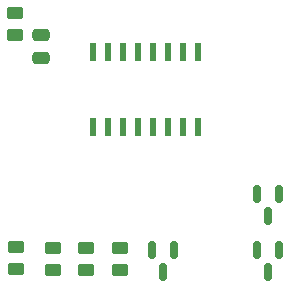
<source format=gbr>
G04 #@! TF.GenerationSoftware,KiCad,Pcbnew,(6.0.7)*
G04 #@! TF.CreationDate,2023-05-10T15:43:49+05:30*
G04 #@! TF.ProjectId,PS440V_to_5V,50533434-3056-45f7-946f-5f35562e6b69,rev?*
G04 #@! TF.SameCoordinates,Original*
G04 #@! TF.FileFunction,Paste,Bot*
G04 #@! TF.FilePolarity,Positive*
%FSLAX46Y46*%
G04 Gerber Fmt 4.6, Leading zero omitted, Abs format (unit mm)*
G04 Created by KiCad (PCBNEW (6.0.7)) date 2023-05-10 15:43:49*
%MOMM*%
%LPD*%
G01*
G04 APERTURE LIST*
G04 Aperture macros list*
%AMRoundRect*
0 Rectangle with rounded corners*
0 $1 Rounding radius*
0 $2 $3 $4 $5 $6 $7 $8 $9 X,Y pos of 4 corners*
0 Add a 4 corners polygon primitive as box body*
4,1,4,$2,$3,$4,$5,$6,$7,$8,$9,$2,$3,0*
0 Add four circle primitives for the rounded corners*
1,1,$1+$1,$2,$3*
1,1,$1+$1,$4,$5*
1,1,$1+$1,$6,$7*
1,1,$1+$1,$8,$9*
0 Add four rect primitives between the rounded corners*
20,1,$1+$1,$2,$3,$4,$5,0*
20,1,$1+$1,$4,$5,$6,$7,0*
20,1,$1+$1,$6,$7,$8,$9,0*
20,1,$1+$1,$8,$9,$2,$3,0*%
G04 Aperture macros list end*
%ADD10R,0.600000X1.500000*%
%ADD11RoundRect,0.250000X-0.475000X0.250000X-0.475000X-0.250000X0.475000X-0.250000X0.475000X0.250000X0*%
%ADD12RoundRect,0.249999X0.450001X-0.262501X0.450001X0.262501X-0.450001X0.262501X-0.450001X-0.262501X0*%
%ADD13RoundRect,0.249999X-0.450001X0.262501X-0.450001X-0.262501X0.450001X-0.262501X0.450001X0.262501X0*%
%ADD14RoundRect,0.150000X-0.150000X0.587500X-0.150000X-0.587500X0.150000X-0.587500X0.150000X0.587500X0*%
%ADD15RoundRect,0.250000X-0.450000X0.262500X-0.450000X-0.262500X0.450000X-0.262500X0.450000X0.262500X0*%
G04 APERTURE END LIST*
D10*
X141645000Y-116900000D03*
X140375000Y-116900000D03*
X139105000Y-116900000D03*
X137835000Y-116900000D03*
X136565000Y-116900000D03*
X135295000Y-116900000D03*
X134025000Y-116900000D03*
X132755000Y-116900000D03*
X132755000Y-110550000D03*
X134025000Y-110550000D03*
X135295000Y-110550000D03*
X136565000Y-110550000D03*
X137835000Y-110550000D03*
X139105000Y-110550000D03*
X140375000Y-110550000D03*
X141645000Y-110550000D03*
D11*
X128400000Y-109150000D03*
X128400000Y-111050000D03*
D12*
X126200000Y-109112500D03*
X126200000Y-107287500D03*
D13*
X135100000Y-127187500D03*
X135100000Y-129012500D03*
X126300000Y-127087500D03*
X126300000Y-128912500D03*
X132200000Y-127187500D03*
X132200000Y-129012500D03*
D14*
X137750000Y-127362500D03*
X139650000Y-127362500D03*
X138700000Y-129237500D03*
X146650000Y-122562500D03*
X148550000Y-122562500D03*
X147600000Y-124437500D03*
X146650000Y-127362500D03*
X148550000Y-127362500D03*
X147600000Y-129237500D03*
D15*
X129400000Y-127187500D03*
X129400000Y-129012500D03*
M02*

</source>
